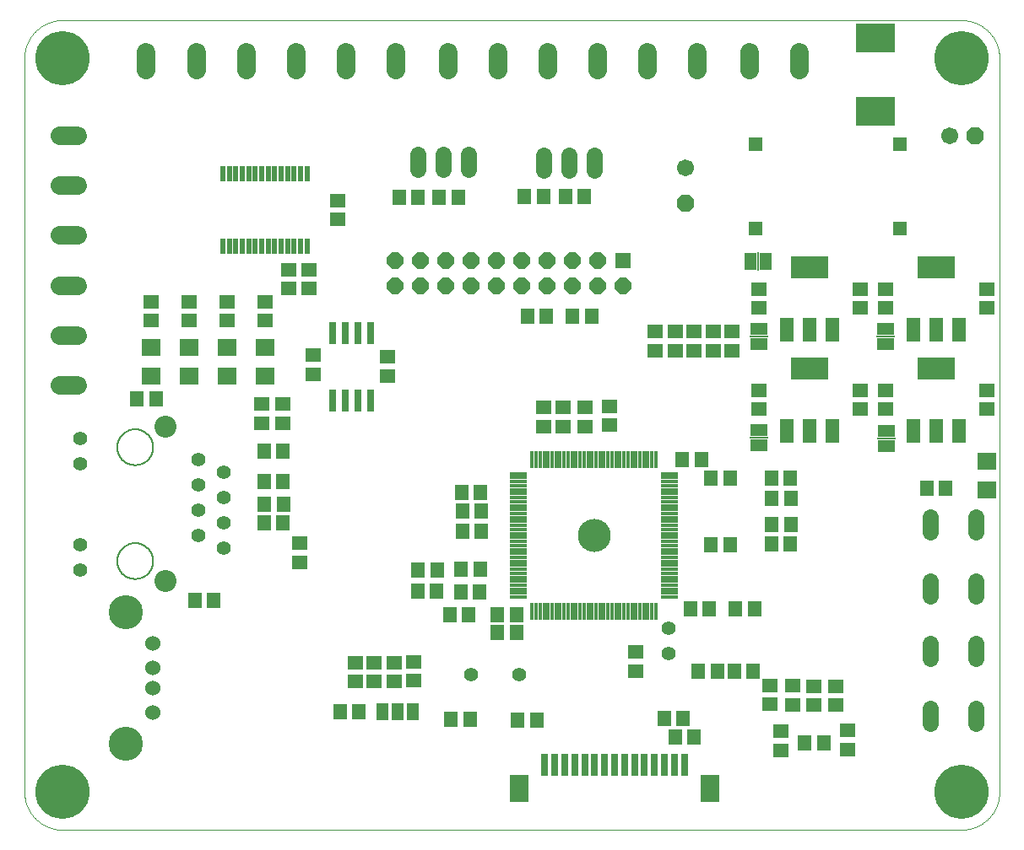
<source format=gts>
G75*
%MOIN*%
%OFA0B0*%
%FSLAX25Y25*%
%IPPOS*%
%LPD*%
%AMOC8*
5,1,8,0,0,1.08239X$1,22.5*
%
%ADD10C,0.00000*%
%ADD11OC8,0.06700*%
%ADD12C,0.06700*%
%ADD13R,0.06306X0.05518*%
%ADD14R,0.05518X0.06306*%
%ADD15R,0.15361X0.11424*%
%ADD16R,0.07498X0.06699*%
%ADD17R,0.01975X0.06306*%
%ADD18R,0.05200X0.09200*%
%ADD19R,0.14573X0.09061*%
%ADD20R,0.02762X0.09061*%
%ADD21R,0.07487X0.10636*%
%ADD22R,0.06400X0.06400*%
%ADD23OC8,0.06400*%
%ADD24C,0.05600*%
%ADD25R,0.05000X0.06700*%
%ADD26R,0.00600X0.07200*%
%ADD27R,0.06700X0.05000*%
%ADD28R,0.07200X0.00600*%
%ADD29R,0.01187X0.06699*%
%ADD30R,0.06699X0.01187*%
%ADD31C,0.13061*%
%ADD32R,0.05550X0.05550*%
%ADD33C,0.00500*%
%ADD34C,0.08668*%
%ADD35C,0.05550*%
%ADD36R,0.02800X0.09100*%
%ADD37C,0.07450*%
%ADD38C,0.06000*%
%ADD39C,0.13500*%
%ADD40C,0.06400*%
%ADD41C,0.21400*%
D10*
X0016750Y0002026D02*
X0371750Y0002026D01*
X0372112Y0002030D01*
X0372475Y0002044D01*
X0372837Y0002065D01*
X0373198Y0002096D01*
X0373558Y0002135D01*
X0373917Y0002183D01*
X0374275Y0002240D01*
X0374632Y0002305D01*
X0374987Y0002379D01*
X0375340Y0002462D01*
X0375691Y0002553D01*
X0376039Y0002652D01*
X0376385Y0002760D01*
X0376729Y0002876D01*
X0377069Y0003001D01*
X0377406Y0003133D01*
X0377740Y0003274D01*
X0378071Y0003423D01*
X0378398Y0003580D01*
X0378721Y0003744D01*
X0379040Y0003916D01*
X0379354Y0004096D01*
X0379665Y0004284D01*
X0379970Y0004479D01*
X0380271Y0004681D01*
X0380567Y0004891D01*
X0380857Y0005107D01*
X0381143Y0005331D01*
X0381423Y0005561D01*
X0381697Y0005798D01*
X0381965Y0006042D01*
X0382228Y0006292D01*
X0382484Y0006548D01*
X0382734Y0006811D01*
X0382978Y0007079D01*
X0383215Y0007353D01*
X0383445Y0007633D01*
X0383669Y0007919D01*
X0383885Y0008209D01*
X0384095Y0008505D01*
X0384297Y0008806D01*
X0384492Y0009111D01*
X0384680Y0009422D01*
X0384860Y0009736D01*
X0385032Y0010055D01*
X0385196Y0010378D01*
X0385353Y0010705D01*
X0385502Y0011036D01*
X0385643Y0011370D01*
X0385775Y0011707D01*
X0385900Y0012047D01*
X0386016Y0012391D01*
X0386124Y0012737D01*
X0386223Y0013085D01*
X0386314Y0013436D01*
X0386397Y0013789D01*
X0386471Y0014144D01*
X0386536Y0014501D01*
X0386593Y0014859D01*
X0386641Y0015218D01*
X0386680Y0015578D01*
X0386711Y0015939D01*
X0386732Y0016301D01*
X0386746Y0016664D01*
X0386750Y0017026D01*
X0386750Y0307026D01*
X0386746Y0307388D01*
X0386732Y0307751D01*
X0386711Y0308113D01*
X0386680Y0308474D01*
X0386641Y0308834D01*
X0386593Y0309193D01*
X0386536Y0309551D01*
X0386471Y0309908D01*
X0386397Y0310263D01*
X0386314Y0310616D01*
X0386223Y0310967D01*
X0386124Y0311315D01*
X0386016Y0311661D01*
X0385900Y0312005D01*
X0385775Y0312345D01*
X0385643Y0312682D01*
X0385502Y0313016D01*
X0385353Y0313347D01*
X0385196Y0313674D01*
X0385032Y0313997D01*
X0384860Y0314316D01*
X0384680Y0314630D01*
X0384492Y0314941D01*
X0384297Y0315246D01*
X0384095Y0315547D01*
X0383885Y0315843D01*
X0383669Y0316133D01*
X0383445Y0316419D01*
X0383215Y0316699D01*
X0382978Y0316973D01*
X0382734Y0317241D01*
X0382484Y0317504D01*
X0382228Y0317760D01*
X0381965Y0318010D01*
X0381697Y0318254D01*
X0381423Y0318491D01*
X0381143Y0318721D01*
X0380857Y0318945D01*
X0380567Y0319161D01*
X0380271Y0319371D01*
X0379970Y0319573D01*
X0379665Y0319768D01*
X0379354Y0319956D01*
X0379040Y0320136D01*
X0378721Y0320308D01*
X0378398Y0320472D01*
X0378071Y0320629D01*
X0377740Y0320778D01*
X0377406Y0320919D01*
X0377069Y0321051D01*
X0376729Y0321176D01*
X0376385Y0321292D01*
X0376039Y0321400D01*
X0375691Y0321499D01*
X0375340Y0321590D01*
X0374987Y0321673D01*
X0374632Y0321747D01*
X0374275Y0321812D01*
X0373917Y0321869D01*
X0373558Y0321917D01*
X0373198Y0321956D01*
X0372837Y0321987D01*
X0372475Y0322008D01*
X0372112Y0322022D01*
X0371750Y0322026D01*
X0016750Y0322026D01*
X0016388Y0322022D01*
X0016025Y0322008D01*
X0015663Y0321987D01*
X0015302Y0321956D01*
X0014942Y0321917D01*
X0014583Y0321869D01*
X0014225Y0321812D01*
X0013868Y0321747D01*
X0013513Y0321673D01*
X0013160Y0321590D01*
X0012809Y0321499D01*
X0012461Y0321400D01*
X0012115Y0321292D01*
X0011771Y0321176D01*
X0011431Y0321051D01*
X0011094Y0320919D01*
X0010760Y0320778D01*
X0010429Y0320629D01*
X0010102Y0320472D01*
X0009779Y0320308D01*
X0009460Y0320136D01*
X0009146Y0319956D01*
X0008835Y0319768D01*
X0008530Y0319573D01*
X0008229Y0319371D01*
X0007933Y0319161D01*
X0007643Y0318945D01*
X0007357Y0318721D01*
X0007077Y0318491D01*
X0006803Y0318254D01*
X0006535Y0318010D01*
X0006272Y0317760D01*
X0006016Y0317504D01*
X0005766Y0317241D01*
X0005522Y0316973D01*
X0005285Y0316699D01*
X0005055Y0316419D01*
X0004831Y0316133D01*
X0004615Y0315843D01*
X0004405Y0315547D01*
X0004203Y0315246D01*
X0004008Y0314941D01*
X0003820Y0314630D01*
X0003640Y0314316D01*
X0003468Y0313997D01*
X0003304Y0313674D01*
X0003147Y0313347D01*
X0002998Y0313016D01*
X0002857Y0312682D01*
X0002725Y0312345D01*
X0002600Y0312005D01*
X0002484Y0311661D01*
X0002376Y0311315D01*
X0002277Y0310967D01*
X0002186Y0310616D01*
X0002103Y0310263D01*
X0002029Y0309908D01*
X0001964Y0309551D01*
X0001907Y0309193D01*
X0001859Y0308834D01*
X0001820Y0308474D01*
X0001789Y0308113D01*
X0001768Y0307751D01*
X0001754Y0307388D01*
X0001750Y0307026D01*
X0001750Y0017026D01*
X0001754Y0016664D01*
X0001768Y0016301D01*
X0001789Y0015939D01*
X0001820Y0015578D01*
X0001859Y0015218D01*
X0001907Y0014859D01*
X0001964Y0014501D01*
X0002029Y0014144D01*
X0002103Y0013789D01*
X0002186Y0013436D01*
X0002277Y0013085D01*
X0002376Y0012737D01*
X0002484Y0012391D01*
X0002600Y0012047D01*
X0002725Y0011707D01*
X0002857Y0011370D01*
X0002998Y0011036D01*
X0003147Y0010705D01*
X0003304Y0010378D01*
X0003468Y0010055D01*
X0003640Y0009736D01*
X0003820Y0009422D01*
X0004008Y0009111D01*
X0004203Y0008806D01*
X0004405Y0008505D01*
X0004615Y0008209D01*
X0004831Y0007919D01*
X0005055Y0007633D01*
X0005285Y0007353D01*
X0005522Y0007079D01*
X0005766Y0006811D01*
X0006016Y0006548D01*
X0006272Y0006292D01*
X0006535Y0006042D01*
X0006803Y0005798D01*
X0007077Y0005561D01*
X0007357Y0005331D01*
X0007643Y0005107D01*
X0007933Y0004891D01*
X0008229Y0004681D01*
X0008530Y0004479D01*
X0008835Y0004284D01*
X0009146Y0004096D01*
X0009460Y0003916D01*
X0009779Y0003744D01*
X0010102Y0003580D01*
X0010429Y0003423D01*
X0010760Y0003274D01*
X0011094Y0003133D01*
X0011431Y0003001D01*
X0011771Y0002876D01*
X0012115Y0002760D01*
X0012461Y0002652D01*
X0012809Y0002553D01*
X0013160Y0002462D01*
X0013513Y0002379D01*
X0013868Y0002305D01*
X0014225Y0002240D01*
X0014583Y0002183D01*
X0014942Y0002135D01*
X0015302Y0002096D01*
X0015663Y0002065D01*
X0016025Y0002044D01*
X0016388Y0002030D01*
X0016750Y0002026D01*
D11*
X0262698Y0249831D03*
X0377036Y0276346D03*
D12*
X0367036Y0276346D03*
X0262698Y0263831D03*
D13*
X0291750Y0215766D03*
X0291750Y0208285D03*
X0281271Y0198907D03*
X0273796Y0198867D03*
X0273796Y0191386D03*
X0281271Y0191427D03*
X0266159Y0191475D03*
X0266159Y0198955D03*
X0258655Y0198990D03*
X0258655Y0191510D03*
X0250905Y0191443D03*
X0250905Y0198924D03*
X0232673Y0169449D03*
X0232673Y0161968D03*
X0223222Y0161495D03*
X0214446Y0161491D03*
X0206803Y0161494D03*
X0206803Y0168974D03*
X0214446Y0168971D03*
X0223222Y0168976D03*
X0291750Y0168285D03*
X0291750Y0175766D03*
X0331750Y0175766D03*
X0331750Y0168285D03*
X0341750Y0168285D03*
X0341750Y0175766D03*
X0341750Y0208285D03*
X0341750Y0215766D03*
X0331750Y0215766D03*
X0331750Y0208285D03*
X0381750Y0208285D03*
X0381750Y0215766D03*
X0381750Y0175766D03*
X0381750Y0168285D03*
X0322027Y0058811D03*
X0313464Y0058854D03*
X0305102Y0058903D03*
X0296078Y0059008D03*
X0296078Y0051527D03*
X0305102Y0051422D03*
X0313464Y0051374D03*
X0322027Y0051331D03*
X0326676Y0041326D03*
X0326676Y0033846D03*
X0300477Y0033492D03*
X0300477Y0040972D03*
X0243057Y0064789D03*
X0243057Y0072269D03*
X0155618Y0068364D03*
X0147799Y0068114D03*
X0147799Y0060633D03*
X0155618Y0060883D03*
X0139764Y0060702D03*
X0132318Y0060539D03*
X0132318Y0068019D03*
X0139764Y0068182D03*
X0110614Y0107842D03*
X0110614Y0115323D03*
X0103939Y0162741D03*
X0103939Y0170221D03*
X0095466Y0170209D03*
X0095466Y0162729D03*
X0115667Y0182139D03*
X0115667Y0189619D03*
X0096750Y0203285D03*
X0096750Y0210766D03*
X0106150Y0215919D03*
X0114135Y0216022D03*
X0114135Y0223502D03*
X0106150Y0223399D03*
X0081750Y0210766D03*
X0081750Y0203285D03*
X0066750Y0203285D03*
X0066750Y0210766D03*
X0051750Y0210766D03*
X0051750Y0203285D03*
X0125389Y0243247D03*
X0125389Y0250727D03*
X0145139Y0188910D03*
X0145139Y0181429D03*
D14*
X0103815Y0151600D03*
X0096335Y0151600D03*
X0096459Y0139525D03*
X0103940Y0139525D03*
X0103984Y0130757D03*
X0103928Y0123361D03*
X0096448Y0123361D03*
X0096504Y0130757D03*
X0076485Y0092739D03*
X0069005Y0092739D03*
X0126453Y0048751D03*
X0133933Y0048751D03*
X0170262Y0045632D03*
X0177742Y0045632D03*
X0196595Y0045461D03*
X0204075Y0045461D03*
X0196056Y0079881D03*
X0196000Y0087161D03*
X0188519Y0087161D03*
X0188576Y0079881D03*
X0177119Y0087121D03*
X0169638Y0087121D03*
X0174128Y0095959D03*
X0181608Y0095959D03*
X0181631Y0105031D03*
X0174151Y0105031D03*
X0164717Y0104820D03*
X0157236Y0104820D03*
X0157018Y0096411D03*
X0164499Y0096411D03*
X0174681Y0119947D03*
X0182161Y0119947D03*
X0182196Y0127872D03*
X0174716Y0127872D03*
X0174443Y0135394D03*
X0181924Y0135394D03*
X0261597Y0148392D03*
X0269077Y0148392D03*
X0272874Y0141078D03*
X0280354Y0141078D03*
X0296777Y0140877D03*
X0304257Y0140877D03*
X0304374Y0132885D03*
X0296893Y0132885D03*
X0296855Y0122592D03*
X0304336Y0122592D03*
X0304197Y0114958D03*
X0296717Y0114958D03*
X0280409Y0114853D03*
X0272929Y0114853D03*
X0272277Y0089412D03*
X0264796Y0089412D03*
X0282547Y0089348D03*
X0290027Y0089348D03*
X0289498Y0064804D03*
X0282018Y0064804D03*
X0275429Y0064829D03*
X0267949Y0064829D03*
X0261782Y0045908D03*
X0254301Y0045908D03*
X0258784Y0038789D03*
X0266264Y0038789D03*
X0309954Y0036493D03*
X0317434Y0036493D03*
X0358010Y0137026D03*
X0365490Y0137026D03*
X0225650Y0205074D03*
X0218170Y0205074D03*
X0207881Y0204923D03*
X0200401Y0204923D03*
X0199154Y0252222D03*
X0206634Y0252222D03*
X0215375Y0252236D03*
X0222855Y0252236D03*
X0173070Y0251957D03*
X0165589Y0251957D03*
X0157103Y0252119D03*
X0149623Y0252119D03*
X0053642Y0172249D03*
X0046162Y0172249D03*
D15*
X0337888Y0285892D03*
X0337888Y0315026D03*
D16*
X0381750Y0147624D03*
X0381750Y0136427D03*
X0096750Y0181427D03*
X0096750Y0192624D03*
X0081750Y0192624D03*
X0081750Y0181427D03*
X0066750Y0181427D03*
X0066750Y0192624D03*
X0051750Y0192624D03*
X0051750Y0181427D03*
D17*
X0080116Y0232754D03*
X0082675Y0232754D03*
X0085234Y0232754D03*
X0087793Y0232754D03*
X0090352Y0232754D03*
X0092911Y0232754D03*
X0095470Y0232754D03*
X0098030Y0232754D03*
X0100589Y0232754D03*
X0103148Y0232754D03*
X0105707Y0232754D03*
X0108266Y0232754D03*
X0110825Y0232754D03*
X0113384Y0232754D03*
X0113384Y0261297D03*
X0110825Y0261297D03*
X0108266Y0261297D03*
X0105707Y0261297D03*
X0103148Y0261297D03*
X0100589Y0261297D03*
X0098030Y0261297D03*
X0095470Y0261297D03*
X0092911Y0261297D03*
X0090352Y0261297D03*
X0087793Y0261297D03*
X0085234Y0261297D03*
X0082675Y0261297D03*
X0080116Y0261297D03*
D18*
X0302650Y0199826D03*
X0311750Y0199826D03*
X0320850Y0199826D03*
X0352650Y0199826D03*
X0361750Y0199826D03*
X0370850Y0199826D03*
X0370850Y0159826D03*
X0361750Y0159826D03*
X0352650Y0159826D03*
X0320850Y0159826D03*
X0311750Y0159826D03*
X0302650Y0159826D03*
D19*
X0311750Y0184226D03*
X0311750Y0224226D03*
X0361750Y0224226D03*
X0361750Y0184226D03*
D20*
X0262362Y0027825D03*
X0258425Y0027825D03*
X0254488Y0027825D03*
X0250551Y0027825D03*
X0246614Y0027825D03*
X0242677Y0027825D03*
X0238740Y0027825D03*
X0234803Y0027825D03*
X0230866Y0027825D03*
X0226929Y0027825D03*
X0222992Y0027825D03*
X0219055Y0027825D03*
X0215118Y0027825D03*
X0211181Y0027825D03*
X0207244Y0027825D03*
D21*
X0197007Y0018376D03*
X0272598Y0018376D03*
D22*
X0238185Y0227115D03*
D23*
X0228185Y0227115D03*
X0218185Y0227115D03*
X0208185Y0227115D03*
X0198185Y0227115D03*
X0188185Y0227115D03*
X0178185Y0227115D03*
X0168185Y0227115D03*
X0158185Y0227115D03*
X0148185Y0227115D03*
X0148185Y0217115D03*
X0158185Y0217115D03*
X0168185Y0217115D03*
X0178185Y0217115D03*
X0188185Y0217115D03*
X0198185Y0217115D03*
X0208185Y0217115D03*
X0218185Y0217115D03*
X0228185Y0217115D03*
X0238185Y0217115D03*
D24*
X0256210Y0081601D03*
X0256210Y0071601D03*
X0196991Y0063507D03*
X0177991Y0063507D03*
D25*
X0155281Y0048761D03*
X0149281Y0048761D03*
X0143281Y0048761D03*
X0288453Y0226646D03*
X0294453Y0226646D03*
D26*
X0291453Y0226646D03*
D27*
X0291790Y0199895D03*
X0291790Y0193895D03*
X0291764Y0160188D03*
X0291764Y0154188D03*
X0342033Y0153630D03*
X0342033Y0159630D03*
X0341787Y0194020D03*
X0341787Y0200020D03*
D28*
X0341787Y0197020D03*
X0342033Y0156630D03*
X0291764Y0157188D03*
X0291790Y0196895D03*
D29*
X0251078Y0148281D03*
X0249503Y0148281D03*
X0247929Y0148281D03*
X0246354Y0148281D03*
X0244779Y0148281D03*
X0243204Y0148281D03*
X0241629Y0148281D03*
X0240055Y0148281D03*
X0238480Y0148281D03*
X0236905Y0148281D03*
X0235330Y0148281D03*
X0233755Y0148281D03*
X0232181Y0148281D03*
X0230606Y0148281D03*
X0229031Y0148281D03*
X0227456Y0148281D03*
X0225881Y0148281D03*
X0224307Y0148281D03*
X0222732Y0148281D03*
X0221157Y0148281D03*
X0219582Y0148281D03*
X0218007Y0148281D03*
X0216433Y0148281D03*
X0214858Y0148281D03*
X0213283Y0148281D03*
X0211708Y0148281D03*
X0210133Y0148281D03*
X0208559Y0148281D03*
X0206984Y0148281D03*
X0205409Y0148281D03*
X0203834Y0148281D03*
X0202259Y0148281D03*
X0202259Y0088439D03*
X0203834Y0088439D03*
X0205409Y0088439D03*
X0206984Y0088439D03*
X0208559Y0088439D03*
X0210133Y0088439D03*
X0211708Y0088439D03*
X0213283Y0088439D03*
X0214858Y0088439D03*
X0216433Y0088439D03*
X0218007Y0088439D03*
X0219582Y0088439D03*
X0221157Y0088439D03*
X0222732Y0088439D03*
X0224307Y0088439D03*
X0225881Y0088439D03*
X0227456Y0088439D03*
X0229031Y0088439D03*
X0230606Y0088439D03*
X0232181Y0088439D03*
X0233755Y0088439D03*
X0235330Y0088439D03*
X0236905Y0088439D03*
X0238480Y0088439D03*
X0240055Y0088439D03*
X0241629Y0088439D03*
X0243204Y0088439D03*
X0244779Y0088439D03*
X0246354Y0088439D03*
X0247929Y0088439D03*
X0249503Y0088439D03*
X0251078Y0088439D03*
D30*
X0256590Y0093951D03*
X0256590Y0095525D03*
X0256590Y0097100D03*
X0256590Y0098675D03*
X0256590Y0100250D03*
X0256590Y0101825D03*
X0256590Y0103399D03*
X0256590Y0104974D03*
X0256590Y0106549D03*
X0256590Y0108124D03*
X0256590Y0109699D03*
X0256590Y0111274D03*
X0256590Y0112848D03*
X0256590Y0114423D03*
X0256590Y0115998D03*
X0256590Y0117573D03*
X0256590Y0119148D03*
X0256590Y0120722D03*
X0256590Y0122297D03*
X0256590Y0123872D03*
X0256590Y0125447D03*
X0256590Y0127022D03*
X0256590Y0128596D03*
X0256590Y0130171D03*
X0256590Y0131746D03*
X0256590Y0133321D03*
X0256590Y0134896D03*
X0256590Y0136470D03*
X0256590Y0138045D03*
X0256590Y0139620D03*
X0256590Y0141195D03*
X0256590Y0142770D03*
X0196748Y0142770D03*
X0196748Y0141195D03*
X0196748Y0139620D03*
X0196748Y0138045D03*
X0196748Y0136470D03*
X0196748Y0134896D03*
X0196748Y0133321D03*
X0196748Y0131746D03*
X0196748Y0130171D03*
X0196748Y0128596D03*
X0196748Y0127022D03*
X0196748Y0125447D03*
X0196748Y0123872D03*
X0196748Y0122297D03*
X0196748Y0120722D03*
X0196748Y0119148D03*
X0196748Y0117573D03*
X0196748Y0115998D03*
X0196748Y0114423D03*
X0196748Y0112848D03*
X0196748Y0111274D03*
X0196748Y0109699D03*
X0196748Y0108124D03*
X0196748Y0106549D03*
X0196748Y0104974D03*
X0196748Y0103399D03*
X0196748Y0101825D03*
X0196748Y0100250D03*
X0196748Y0098675D03*
X0196748Y0097100D03*
X0196748Y0095525D03*
X0196748Y0093951D03*
D31*
X0226669Y0118360D03*
D32*
X0290405Y0239669D03*
X0290405Y0272977D03*
X0347334Y0272977D03*
X0347334Y0239669D03*
D33*
X0038403Y0153266D02*
X0038405Y0153440D01*
X0038412Y0153614D01*
X0038422Y0153787D01*
X0038437Y0153961D01*
X0038456Y0154134D01*
X0038480Y0154306D01*
X0038507Y0154478D01*
X0038539Y0154649D01*
X0038575Y0154819D01*
X0038615Y0154988D01*
X0038660Y0155156D01*
X0038708Y0155323D01*
X0038761Y0155489D01*
X0038817Y0155654D01*
X0038878Y0155817D01*
X0038942Y0155978D01*
X0039011Y0156138D01*
X0039083Y0156296D01*
X0039160Y0156452D01*
X0039240Y0156607D01*
X0039324Y0156759D01*
X0039411Y0156909D01*
X0039503Y0157058D01*
X0039597Y0157203D01*
X0039696Y0157347D01*
X0039798Y0157488D01*
X0039903Y0157626D01*
X0040012Y0157762D01*
X0040124Y0157895D01*
X0040239Y0158025D01*
X0040357Y0158153D01*
X0040479Y0158277D01*
X0040603Y0158399D01*
X0040731Y0158517D01*
X0040861Y0158632D01*
X0040994Y0158744D01*
X0041130Y0158853D01*
X0041268Y0158958D01*
X0041409Y0159060D01*
X0041553Y0159159D01*
X0041698Y0159253D01*
X0041847Y0159345D01*
X0041997Y0159432D01*
X0042149Y0159516D01*
X0042304Y0159596D01*
X0042460Y0159673D01*
X0042618Y0159745D01*
X0042778Y0159814D01*
X0042939Y0159878D01*
X0043102Y0159939D01*
X0043267Y0159995D01*
X0043433Y0160048D01*
X0043600Y0160096D01*
X0043768Y0160141D01*
X0043937Y0160181D01*
X0044107Y0160217D01*
X0044278Y0160249D01*
X0044450Y0160276D01*
X0044622Y0160300D01*
X0044795Y0160319D01*
X0044969Y0160334D01*
X0045142Y0160344D01*
X0045316Y0160351D01*
X0045490Y0160353D01*
X0045664Y0160351D01*
X0045838Y0160344D01*
X0046011Y0160334D01*
X0046185Y0160319D01*
X0046358Y0160300D01*
X0046530Y0160276D01*
X0046702Y0160249D01*
X0046873Y0160217D01*
X0047043Y0160181D01*
X0047212Y0160141D01*
X0047380Y0160096D01*
X0047547Y0160048D01*
X0047713Y0159995D01*
X0047878Y0159939D01*
X0048041Y0159878D01*
X0048202Y0159814D01*
X0048362Y0159745D01*
X0048520Y0159673D01*
X0048676Y0159596D01*
X0048831Y0159516D01*
X0048983Y0159432D01*
X0049133Y0159345D01*
X0049282Y0159253D01*
X0049427Y0159159D01*
X0049571Y0159060D01*
X0049712Y0158958D01*
X0049850Y0158853D01*
X0049986Y0158744D01*
X0050119Y0158632D01*
X0050249Y0158517D01*
X0050377Y0158399D01*
X0050501Y0158277D01*
X0050623Y0158153D01*
X0050741Y0158025D01*
X0050856Y0157895D01*
X0050968Y0157762D01*
X0051077Y0157626D01*
X0051182Y0157488D01*
X0051284Y0157347D01*
X0051383Y0157203D01*
X0051477Y0157058D01*
X0051569Y0156909D01*
X0051656Y0156759D01*
X0051740Y0156607D01*
X0051820Y0156452D01*
X0051897Y0156296D01*
X0051969Y0156138D01*
X0052038Y0155978D01*
X0052102Y0155817D01*
X0052163Y0155654D01*
X0052219Y0155489D01*
X0052272Y0155323D01*
X0052320Y0155156D01*
X0052365Y0154988D01*
X0052405Y0154819D01*
X0052441Y0154649D01*
X0052473Y0154478D01*
X0052500Y0154306D01*
X0052524Y0154134D01*
X0052543Y0153961D01*
X0052558Y0153787D01*
X0052568Y0153614D01*
X0052575Y0153440D01*
X0052577Y0153266D01*
X0052575Y0153092D01*
X0052568Y0152918D01*
X0052558Y0152745D01*
X0052543Y0152571D01*
X0052524Y0152398D01*
X0052500Y0152226D01*
X0052473Y0152054D01*
X0052441Y0151883D01*
X0052405Y0151713D01*
X0052365Y0151544D01*
X0052320Y0151376D01*
X0052272Y0151209D01*
X0052219Y0151043D01*
X0052163Y0150878D01*
X0052102Y0150715D01*
X0052038Y0150554D01*
X0051969Y0150394D01*
X0051897Y0150236D01*
X0051820Y0150080D01*
X0051740Y0149925D01*
X0051656Y0149773D01*
X0051569Y0149623D01*
X0051477Y0149474D01*
X0051383Y0149329D01*
X0051284Y0149185D01*
X0051182Y0149044D01*
X0051077Y0148906D01*
X0050968Y0148770D01*
X0050856Y0148637D01*
X0050741Y0148507D01*
X0050623Y0148379D01*
X0050501Y0148255D01*
X0050377Y0148133D01*
X0050249Y0148015D01*
X0050119Y0147900D01*
X0049986Y0147788D01*
X0049850Y0147679D01*
X0049712Y0147574D01*
X0049571Y0147472D01*
X0049427Y0147373D01*
X0049282Y0147279D01*
X0049133Y0147187D01*
X0048983Y0147100D01*
X0048831Y0147016D01*
X0048676Y0146936D01*
X0048520Y0146859D01*
X0048362Y0146787D01*
X0048202Y0146718D01*
X0048041Y0146654D01*
X0047878Y0146593D01*
X0047713Y0146537D01*
X0047547Y0146484D01*
X0047380Y0146436D01*
X0047212Y0146391D01*
X0047043Y0146351D01*
X0046873Y0146315D01*
X0046702Y0146283D01*
X0046530Y0146256D01*
X0046358Y0146232D01*
X0046185Y0146213D01*
X0046011Y0146198D01*
X0045838Y0146188D01*
X0045664Y0146181D01*
X0045490Y0146179D01*
X0045316Y0146181D01*
X0045142Y0146188D01*
X0044969Y0146198D01*
X0044795Y0146213D01*
X0044622Y0146232D01*
X0044450Y0146256D01*
X0044278Y0146283D01*
X0044107Y0146315D01*
X0043937Y0146351D01*
X0043768Y0146391D01*
X0043600Y0146436D01*
X0043433Y0146484D01*
X0043267Y0146537D01*
X0043102Y0146593D01*
X0042939Y0146654D01*
X0042778Y0146718D01*
X0042618Y0146787D01*
X0042460Y0146859D01*
X0042304Y0146936D01*
X0042149Y0147016D01*
X0041997Y0147100D01*
X0041847Y0147187D01*
X0041698Y0147279D01*
X0041553Y0147373D01*
X0041409Y0147472D01*
X0041268Y0147574D01*
X0041130Y0147679D01*
X0040994Y0147788D01*
X0040861Y0147900D01*
X0040731Y0148015D01*
X0040603Y0148133D01*
X0040479Y0148255D01*
X0040357Y0148379D01*
X0040239Y0148507D01*
X0040124Y0148637D01*
X0040012Y0148770D01*
X0039903Y0148906D01*
X0039798Y0149044D01*
X0039696Y0149185D01*
X0039597Y0149329D01*
X0039503Y0149474D01*
X0039411Y0149623D01*
X0039324Y0149773D01*
X0039240Y0149925D01*
X0039160Y0150080D01*
X0039083Y0150236D01*
X0039011Y0150394D01*
X0038942Y0150554D01*
X0038878Y0150715D01*
X0038817Y0150878D01*
X0038761Y0151043D01*
X0038708Y0151209D01*
X0038660Y0151376D01*
X0038615Y0151544D01*
X0038575Y0151713D01*
X0038539Y0151883D01*
X0038507Y0152054D01*
X0038480Y0152226D01*
X0038456Y0152398D01*
X0038437Y0152571D01*
X0038422Y0152745D01*
X0038412Y0152918D01*
X0038405Y0153092D01*
X0038403Y0153266D01*
X0038403Y0108266D02*
X0038405Y0108440D01*
X0038412Y0108614D01*
X0038422Y0108787D01*
X0038437Y0108961D01*
X0038456Y0109134D01*
X0038480Y0109306D01*
X0038507Y0109478D01*
X0038539Y0109649D01*
X0038575Y0109819D01*
X0038615Y0109988D01*
X0038660Y0110156D01*
X0038708Y0110323D01*
X0038761Y0110489D01*
X0038817Y0110654D01*
X0038878Y0110817D01*
X0038942Y0110978D01*
X0039011Y0111138D01*
X0039083Y0111296D01*
X0039160Y0111452D01*
X0039240Y0111607D01*
X0039324Y0111759D01*
X0039411Y0111909D01*
X0039503Y0112058D01*
X0039597Y0112203D01*
X0039696Y0112347D01*
X0039798Y0112488D01*
X0039903Y0112626D01*
X0040012Y0112762D01*
X0040124Y0112895D01*
X0040239Y0113025D01*
X0040357Y0113153D01*
X0040479Y0113277D01*
X0040603Y0113399D01*
X0040731Y0113517D01*
X0040861Y0113632D01*
X0040994Y0113744D01*
X0041130Y0113853D01*
X0041268Y0113958D01*
X0041409Y0114060D01*
X0041553Y0114159D01*
X0041698Y0114253D01*
X0041847Y0114345D01*
X0041997Y0114432D01*
X0042149Y0114516D01*
X0042304Y0114596D01*
X0042460Y0114673D01*
X0042618Y0114745D01*
X0042778Y0114814D01*
X0042939Y0114878D01*
X0043102Y0114939D01*
X0043267Y0114995D01*
X0043433Y0115048D01*
X0043600Y0115096D01*
X0043768Y0115141D01*
X0043937Y0115181D01*
X0044107Y0115217D01*
X0044278Y0115249D01*
X0044450Y0115276D01*
X0044622Y0115300D01*
X0044795Y0115319D01*
X0044969Y0115334D01*
X0045142Y0115344D01*
X0045316Y0115351D01*
X0045490Y0115353D01*
X0045664Y0115351D01*
X0045838Y0115344D01*
X0046011Y0115334D01*
X0046185Y0115319D01*
X0046358Y0115300D01*
X0046530Y0115276D01*
X0046702Y0115249D01*
X0046873Y0115217D01*
X0047043Y0115181D01*
X0047212Y0115141D01*
X0047380Y0115096D01*
X0047547Y0115048D01*
X0047713Y0114995D01*
X0047878Y0114939D01*
X0048041Y0114878D01*
X0048202Y0114814D01*
X0048362Y0114745D01*
X0048520Y0114673D01*
X0048676Y0114596D01*
X0048831Y0114516D01*
X0048983Y0114432D01*
X0049133Y0114345D01*
X0049282Y0114253D01*
X0049427Y0114159D01*
X0049571Y0114060D01*
X0049712Y0113958D01*
X0049850Y0113853D01*
X0049986Y0113744D01*
X0050119Y0113632D01*
X0050249Y0113517D01*
X0050377Y0113399D01*
X0050501Y0113277D01*
X0050623Y0113153D01*
X0050741Y0113025D01*
X0050856Y0112895D01*
X0050968Y0112762D01*
X0051077Y0112626D01*
X0051182Y0112488D01*
X0051284Y0112347D01*
X0051383Y0112203D01*
X0051477Y0112058D01*
X0051569Y0111909D01*
X0051656Y0111759D01*
X0051740Y0111607D01*
X0051820Y0111452D01*
X0051897Y0111296D01*
X0051969Y0111138D01*
X0052038Y0110978D01*
X0052102Y0110817D01*
X0052163Y0110654D01*
X0052219Y0110489D01*
X0052272Y0110323D01*
X0052320Y0110156D01*
X0052365Y0109988D01*
X0052405Y0109819D01*
X0052441Y0109649D01*
X0052473Y0109478D01*
X0052500Y0109306D01*
X0052524Y0109134D01*
X0052543Y0108961D01*
X0052558Y0108787D01*
X0052568Y0108614D01*
X0052575Y0108440D01*
X0052577Y0108266D01*
X0052575Y0108092D01*
X0052568Y0107918D01*
X0052558Y0107745D01*
X0052543Y0107571D01*
X0052524Y0107398D01*
X0052500Y0107226D01*
X0052473Y0107054D01*
X0052441Y0106883D01*
X0052405Y0106713D01*
X0052365Y0106544D01*
X0052320Y0106376D01*
X0052272Y0106209D01*
X0052219Y0106043D01*
X0052163Y0105878D01*
X0052102Y0105715D01*
X0052038Y0105554D01*
X0051969Y0105394D01*
X0051897Y0105236D01*
X0051820Y0105080D01*
X0051740Y0104925D01*
X0051656Y0104773D01*
X0051569Y0104623D01*
X0051477Y0104474D01*
X0051383Y0104329D01*
X0051284Y0104185D01*
X0051182Y0104044D01*
X0051077Y0103906D01*
X0050968Y0103770D01*
X0050856Y0103637D01*
X0050741Y0103507D01*
X0050623Y0103379D01*
X0050501Y0103255D01*
X0050377Y0103133D01*
X0050249Y0103015D01*
X0050119Y0102900D01*
X0049986Y0102788D01*
X0049850Y0102679D01*
X0049712Y0102574D01*
X0049571Y0102472D01*
X0049427Y0102373D01*
X0049282Y0102279D01*
X0049133Y0102187D01*
X0048983Y0102100D01*
X0048831Y0102016D01*
X0048676Y0101936D01*
X0048520Y0101859D01*
X0048362Y0101787D01*
X0048202Y0101718D01*
X0048041Y0101654D01*
X0047878Y0101593D01*
X0047713Y0101537D01*
X0047547Y0101484D01*
X0047380Y0101436D01*
X0047212Y0101391D01*
X0047043Y0101351D01*
X0046873Y0101315D01*
X0046702Y0101283D01*
X0046530Y0101256D01*
X0046358Y0101232D01*
X0046185Y0101213D01*
X0046011Y0101198D01*
X0045838Y0101188D01*
X0045664Y0101181D01*
X0045490Y0101179D01*
X0045316Y0101181D01*
X0045142Y0101188D01*
X0044969Y0101198D01*
X0044795Y0101213D01*
X0044622Y0101232D01*
X0044450Y0101256D01*
X0044278Y0101283D01*
X0044107Y0101315D01*
X0043937Y0101351D01*
X0043768Y0101391D01*
X0043600Y0101436D01*
X0043433Y0101484D01*
X0043267Y0101537D01*
X0043102Y0101593D01*
X0042939Y0101654D01*
X0042778Y0101718D01*
X0042618Y0101787D01*
X0042460Y0101859D01*
X0042304Y0101936D01*
X0042149Y0102016D01*
X0041997Y0102100D01*
X0041847Y0102187D01*
X0041698Y0102279D01*
X0041553Y0102373D01*
X0041409Y0102472D01*
X0041268Y0102574D01*
X0041130Y0102679D01*
X0040994Y0102788D01*
X0040861Y0102900D01*
X0040731Y0103015D01*
X0040603Y0103133D01*
X0040479Y0103255D01*
X0040357Y0103379D01*
X0040239Y0103507D01*
X0040124Y0103637D01*
X0040012Y0103770D01*
X0039903Y0103906D01*
X0039798Y0104044D01*
X0039696Y0104185D01*
X0039597Y0104329D01*
X0039503Y0104474D01*
X0039411Y0104623D01*
X0039324Y0104773D01*
X0039240Y0104925D01*
X0039160Y0105080D01*
X0039083Y0105236D01*
X0039011Y0105394D01*
X0038942Y0105554D01*
X0038878Y0105715D01*
X0038817Y0105878D01*
X0038761Y0106043D01*
X0038708Y0106209D01*
X0038660Y0106376D01*
X0038615Y0106544D01*
X0038575Y0106713D01*
X0038539Y0106883D01*
X0038507Y0107054D01*
X0038480Y0107226D01*
X0038456Y0107398D01*
X0038437Y0107571D01*
X0038422Y0107745D01*
X0038412Y0107918D01*
X0038405Y0108092D01*
X0038403Y0108266D01*
D34*
X0057498Y0100274D03*
X0057498Y0161258D03*
D35*
X0070490Y0148246D03*
X0080490Y0143285D03*
X0070490Y0138246D03*
X0080490Y0133285D03*
X0070490Y0128246D03*
X0080490Y0123285D03*
X0070490Y0118246D03*
X0080490Y0113285D03*
X0023758Y0114683D03*
X0023758Y0104683D03*
X0023758Y0146848D03*
X0023758Y0156848D03*
D36*
X0123595Y0171813D03*
X0128595Y0171813D03*
X0133595Y0171813D03*
X0138595Y0171813D03*
X0138595Y0198313D03*
X0133595Y0198313D03*
X0128595Y0198313D03*
X0123595Y0198313D03*
D37*
X0022858Y0197498D02*
X0015808Y0197498D01*
X0015808Y0217183D02*
X0022858Y0217183D01*
X0022858Y0236868D02*
X0015808Y0236868D01*
X0015808Y0256553D02*
X0022858Y0256553D01*
X0022858Y0276238D02*
X0015808Y0276238D01*
X0049954Y0302292D02*
X0049954Y0309342D01*
X0069639Y0309342D02*
X0069639Y0302292D01*
X0089324Y0302292D02*
X0089324Y0309342D01*
X0109009Y0309342D02*
X0109009Y0302292D01*
X0128694Y0302292D02*
X0128694Y0309342D01*
X0148379Y0309342D02*
X0148379Y0302292D01*
X0169038Y0302280D02*
X0169038Y0309330D01*
X0188723Y0309330D02*
X0188723Y0302280D01*
X0208408Y0302280D02*
X0208408Y0309330D01*
X0228093Y0309330D02*
X0228093Y0302280D01*
X0247778Y0302280D02*
X0247778Y0309330D01*
X0267463Y0309330D02*
X0267463Y0302280D01*
X0288237Y0302242D02*
X0288237Y0309292D01*
X0307922Y0309292D02*
X0307922Y0302242D01*
X0022858Y0177813D02*
X0015808Y0177813D01*
D38*
X0052450Y0075776D03*
X0052450Y0065976D03*
X0052450Y0058076D03*
X0052450Y0048276D03*
D39*
X0041750Y0036176D03*
X0041750Y0087876D03*
D40*
X0157071Y0262922D02*
X0157071Y0268922D01*
X0167071Y0268922D02*
X0167071Y0262922D01*
X0177071Y0262922D02*
X0177071Y0268922D01*
X0206690Y0268632D02*
X0206690Y0262632D01*
X0216690Y0262632D02*
X0216690Y0268632D01*
X0226690Y0268632D02*
X0226690Y0262632D01*
X0359621Y0125834D02*
X0359621Y0119834D01*
X0377421Y0119834D02*
X0377421Y0125834D01*
X0377421Y0100234D02*
X0377421Y0094234D01*
X0359621Y0094234D02*
X0359621Y0100234D01*
X0359621Y0075574D02*
X0359621Y0069574D01*
X0377421Y0069574D02*
X0377421Y0075574D01*
X0377421Y0049974D02*
X0377421Y0043974D01*
X0359621Y0043974D02*
X0359621Y0049974D01*
D41*
X0371750Y0017026D03*
X0371750Y0307026D03*
X0016750Y0307026D03*
X0016750Y0017026D03*
M02*

</source>
